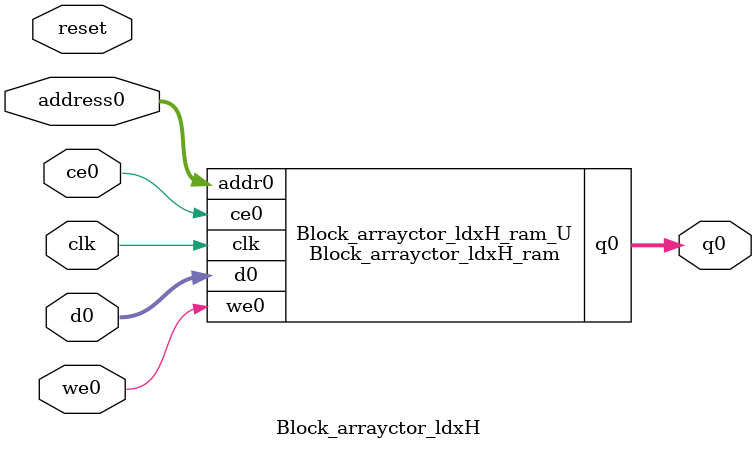
<source format=v>
`timescale 1 ns / 1 ps
module Block_arrayctor_ldxH_ram (addr0, ce0, d0, we0, q0,  clk);

parameter DWIDTH = 4;
parameter AWIDTH = 15;
parameter MEM_SIZE = 20608;

input[AWIDTH-1:0] addr0;
input ce0;
input[DWIDTH-1:0] d0;
input we0;
output reg[DWIDTH-1:0] q0;
input clk;

(* ram_style = "block" *)reg [DWIDTH-1:0] ram[0:MEM_SIZE-1];




always @(posedge clk)  
begin 
    if (ce0) begin
        if (we0) 
            ram[addr0] <= d0; 
        q0 <= ram[addr0];
    end
end


endmodule

`timescale 1 ns / 1 ps
module Block_arrayctor_ldxH(
    reset,
    clk,
    address0,
    ce0,
    we0,
    d0,
    q0);

parameter DataWidth = 32'd4;
parameter AddressRange = 32'd20608;
parameter AddressWidth = 32'd15;
input reset;
input clk;
input[AddressWidth - 1:0] address0;
input ce0;
input we0;
input[DataWidth - 1:0] d0;
output[DataWidth - 1:0] q0;



Block_arrayctor_ldxH_ram Block_arrayctor_ldxH_ram_U(
    .clk( clk ),
    .addr0( address0 ),
    .ce0( ce0 ),
    .we0( we0 ),
    .d0( d0 ),
    .q0( q0 ));

endmodule


</source>
